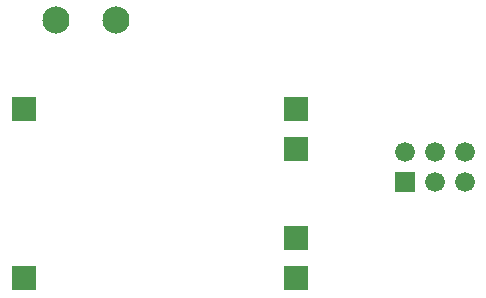
<source format=gbs>
G04 Layer: BottomSolderMaskLayer*
G04 EasyEDA v6.5.46, 2025-04-11 15:52:01*
G04 898f7cb4de8248389c9d67f31726504a,899b5eb0d7ee4baeb7bb73a579ea36e5,10*
G04 Gerber Generator version 0.2*
G04 Scale: 100 percent, Rotated: No, Reflected: No *
G04 Dimensions in millimeters *
G04 leading zeros omitted , absolute positions ,4 integer and 5 decimal *
%FSLAX45Y45*%
%MOMM*%

%AMMACRO1*4,1,8,-1.0211,-1.0508,-1.0508,-1.021,-1.0508,1.0211,-1.0211,1.0508,1.021,1.0508,1.0508,1.0211,1.0508,-1.021,1.021,-1.0508,-1.0211,-1.0508,0*%
%AMMACRO2*4,1,8,-0.8085,-0.8382,-0.8382,-0.8084,-0.8382,0.8085,-0.8085,0.8382,0.8084,0.8382,0.8382,0.8085,0.8382,-0.8084,0.8084,-0.8382,-0.8085,-0.8382,0*%
%ADD10MACRO1*%
%ADD11C,1.6764*%
%ADD12MACRO2*%
%ADD13C,2.3016*%

%LPD*%
D10*
G01*
X2565400Y-1320800D03*
G01*
X2565400Y-1663700D03*
G01*
X2565400Y-2413000D03*
G01*
X2565400Y-2755900D03*
G01*
X266700Y-1320800D03*
G01*
X266700Y-2755900D03*
D11*
G01*
X4000500Y-1689100D03*
G01*
X4000500Y-1943100D03*
G01*
X3746500Y-1689100D03*
G01*
X3746500Y-1943100D03*
G01*
X3492500Y-1689100D03*
D12*
G01*
X3492500Y-1943100D03*
D13*
G01*
X1041400Y-571500D03*
G01*
X533400Y-571500D03*
M02*

</source>
